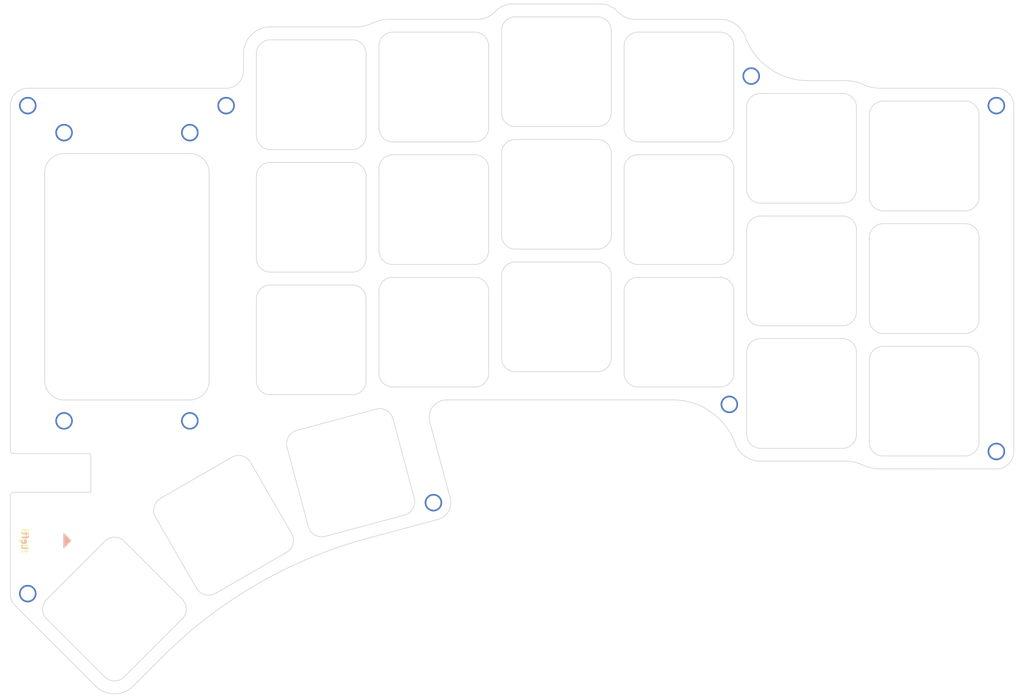
<source format=kicad_pcb>
(kicad_pcb (version 20221018) (generator pcbnew)
  (layers (0 "F.Cu" signal) (31 "B.Cu" signal) (34 "B.Paste" user) (35 "F.Paste" user) (36 "B.SilkS" user "B.Silkscreen") (37 "F.SilkS" user "F.Silkscreen") (38 "B.Mask" user) (39 "F.Mask" user) (44 "Edge.Cuts" user))
  (net 0 "")
  (footprint "MountingHole:MountingHole_2.2mm_M2_DIN965" (layer "F.Cu") (at 92.434334 49.580513)
    (fp_text reference "S11" hide)
    (fp_text value "M2-0.8mm")
    (pad "" thru_hole circle (at 0 0) (size 2.7 2.7) (drill 2.2) (layers "*.Cu" "*.Mask"))
  )
  (footprint "MountingHole:MountingHole_2.2mm_M2_DIN965" (layer "F.Cu") (at 199.21945 40.789513 45)
    (fp_text reference "S3" hide)
    (fp_text value "M2-0.8mm")
    (pad "" thru_hole circle (at 0 0 45) (size 2.7 2.7) (drill 2.2) (layers "*.Cu" "*.Mask"))
  )
  (footprint "DreaM117er-keebLibrary:SW_Kailh_PG1316S_Hole_1.00u" (layer "F.Cu") (at 226.094902 72.255513)
    (fp_text reference "H2")
    (fp_text value "PG1316S")
    (fp_line (start -8.525 6.375) (end -8.525 -6.375) (stroke (width 0.1)) (layer "Edge.Cuts"))
    (fp_line (start -6.375 8.525) (end 6.375 8.525) (stroke (width 0.1)) (layer "Edge.Cuts"))
    (fp_line (start 6.375 -8.525) (end -6.375 -8.525) (stroke (width 0.1)) (layer "Edge.Cuts"))
    (fp_line (start 8.525 6.375) (end 8.525 -6.375) (stroke (width 0.1)) (layer "Edge.Cuts"))
    (fp_arc (start -8.525 -6.375) (mid -7.89528 -7.89528) (end -6.375 -8.525) (stroke (width 0.1)) (layer "Edge.Cuts"))
    (fp_arc (start -6.375 8.525) (mid -7.89528 7.89528) (end -8.525 6.375) (stroke (width 0.1)) (layer "Edge.Cuts"))
    (fp_arc (start 6.375 -8.525) (mid 7.89528 -7.89528) (end 8.525 -6.375) (stroke (width 0.1)) (layer "Edge.Cuts"))
    (fp_arc (start 8.525 6.375) (mid 7.89528 7.89528) (end 6.375 8.525) (stroke (width 0.1)) (layer "Edge.Cuts"))
  )
  (footprint "MountingHole:MountingHole_2.2mm_M2_DIN965" (layer "F.Cu") (at 92.434334 94.368513)
    (fp_text reference "S12" hide)
    (fp_text value "M2-0.8mm")
    (pad "" thru_hole circle (at 0 0) (size 2.7 2.7) (drill 2.2) (layers "*.Cu" "*.Mask"))
  )
  (footprint "DreaM117er-keebLibrary:SW_Kailh_PG1316S_Hole_1.00u" (layer "F.Cu") (at 168.944902 59.158513)
    (fp_text reference "H11")
    (fp_text value "PG1316S")
    (fp_line (start -8.525 6.375) (end -8.525 -6.375) (stroke (width 0.1)) (layer "Edge.Cuts"))
    (fp_line (start -6.375 8.525) (end 6.375 8.525) (stroke (width 0.1)) (layer "Edge.Cuts"))
    (fp_line (start 6.375 -8.525) (end -6.375 -8.525) (stroke (width 0.1)) (layer "Edge.Cuts"))
    (fp_line (start 8.525 6.375) (end 8.525 -6.375) (stroke (width 0.1)) (layer "Edge.Cuts"))
    (fp_arc (start -8.525 -6.375) (mid -7.89528 -7.89528) (end -6.375 -8.525) (stroke (width 0.1)) (layer "Edge.Cuts"))
    (fp_arc (start -6.375 8.525) (mid -7.89528 7.89528) (end -8.525 6.375) (stroke (width 0.1)) (layer "Edge.Cuts"))
    (fp_arc (start 6.375 -8.525) (mid 7.89528 -7.89528) (end 8.525 -6.375) (stroke (width 0.1)) (layer "Edge.Cuts"))
    (fp_arc (start 8.525 6.375) (mid 7.89528 7.89528) (end 6.375 8.525) (stroke (width 0.1)) (layer "Edge.Cuts"))
  )
  (footprint "DreaM117er-keebLibrary:SW_Kailh_PG1316S_Hole_1.00u" (layer "F.Cu") (at 149.894902 61.539513)
    (fp_text reference "H15")
    (fp_text value "PG1316S")
    (fp_line (start -8.525 6.375) (end -8.525 -6.375) (stroke (width 0.1)) (layer "Edge.Cuts"))
    (fp_line (start -6.375 8.525) (end 6.375 8.525) (stroke (width 0.1)) (layer "Edge.Cuts"))
    (fp_line (start 6.375 -8.525) (end -6.375 -8.525) (stroke (width 0.1)) (layer "Edge.Cuts"))
    (fp_line (start 8.525 6.375) (end 8.525 -6.375) (stroke (width 0.1)) (layer "Edge.Cuts"))
    (fp_arc (start -8.525 -6.375) (mid -7.89528 -7.89528) (end -6.375 -8.525) (stroke (width 0.1)) (layer "Edge.Cuts"))
    (fp_arc (start -6.375 8.525) (mid -7.89528 7.89528) (end -8.525 6.375) (stroke (width 0.1)) (layer "Edge.Cuts"))
    (fp_arc (start 6.375 -8.525) (mid 7.89528 -7.89528) (end 8.525 -6.375) (stroke (width 0.1)) (layer "Edge.Cuts"))
    (fp_arc (start 8.525 6.375) (mid 7.89528 7.89528) (end 6.375 8.525) (stroke (width 0.1)) (layer "Edge.Cuts"))
  )
  (footprint "DreaM117er-keebLibrary:SW_Kailh_PG1316S_Hole_1.00u" (layer "F.Cu") (at 130.844902 81.780513)
    (fp_text reference "H20")
    (fp_text value "PG1316S")
    (fp_line (start -8.525 6.375) (end -8.525 -6.375) (stroke (width 0.1)) (layer "Edge.Cuts"))
    (fp_line (start -6.375 8.525) (end 6.375 8.525) (stroke (width 0.1)) (layer "Edge.Cuts"))
    (fp_line (start 6.375 -8.525) (end -6.375 -8.525) (stroke (width 0.1)) (layer "Edge.Cuts"))
    (fp_line (start 8.525 6.375) (end 8.525 -6.375) (stroke (width 0.1)) (layer "Edge.Cuts"))
    (fp_arc (start -8.525 -6.375) (mid -7.89528 -7.89528) (end -6.375 -8.525) (stroke (width 0.1)) (layer "Edge.Cuts"))
    (fp_arc (start -6.375 8.525) (mid -7.89528 7.89528) (end -8.525 6.375) (stroke (width 0.1)) (layer "Edge.Cuts"))
    (fp_arc (start 6.375 -8.525) (mid 7.89528 -7.89528) (end 8.525 -6.375) (stroke (width 0.1)) (layer "Edge.Cuts"))
    (fp_arc (start 8.525 6.375) (mid 7.89528 7.89528) (end 6.375 8.525) (stroke (width 0.1)) (layer "Edge.Cuts"))
  )
  (footprint "MountingHole:MountingHole_2.2mm_M2_DIN965" (layer "F.Cu") (at 111.98145 49.580513)
    (fp_text reference "S9" hide)
    (fp_text value "M2-0.8mm")
    (pad "" thru_hole circle (at 0 0) (size 2.7 2.7) (drill 2.2) (layers "*.Cu" "*.Mask"))
  )
  (footprint "MountingHole:MountingHole_2.2mm_M2_DIN965" (layer "F.Cu") (at 237.31945 99.130513)
    (fp_text reference "S5" hide)
    (fp_text value "M2-0.8mm")
    (pad "" thru_hole circle (at 0 0) (size 2.7 2.7) (drill 2.2) (layers "*.Cu" "*.Mask"))
  )
  (footprint "DreaM117er-keebLibrary:SW_Kailh_PG1316S_Hole_1.00u" (layer "F.Cu") (at 187.994902 61.539513)
    (fp_text reference "H8")
    (fp_text value "PG1316S")
    (fp_line (start -8.525 6.375) (end -8.525 -6.375) (stroke (width 0.1)) (layer "Edge.Cuts"))
    (fp_line (start -6.375 8.525) (end 6.375 8.525) (stroke (width 0.1)) (layer "Edge.Cuts"))
    (fp_line (start 6.375 -8.525) (end -6.375 -8.525) (stroke (width 0.1)) (layer "Edge.Cuts"))
    (fp_line (start 8.525 6.375) (end 8.525 -6.375) (stroke (width 0.1)) (layer "Edge.Cuts"))
    (fp_arc (start -8.525 -6.375) (mid -7.89528 -7.89528) (end -6.375 -8.525) (stroke (width 0.1)) (layer "Edge.Cuts"))
    (fp_arc (start -6.375 8.525) (mid -7.89528 7.89528) (end -8.525 6.375) (stroke (width 0.1)) (layer "Edge.Cuts"))
    (fp_arc (start 6.375 -8.525) (mid 7.89528 -7.89528) (end 8.525 -6.375) (stroke (width 0.1)) (layer "Edge.Cuts"))
    (fp_arc (start 8.525 6.375) (mid 7.89528 7.89528) (end 6.375 8.525) (stroke (width 0.1)) (layer "Edge.Cuts"))
  )
  (footprint "DreaM117er-keebLibrary:SW_Kailh_PG1316S_Hole_1.00u" (layer "F.Cu") (at 168.944902 40.108513)
    (fp_text reference "H10")
    (fp_text value "PG1316S")
    (fp_line (start -8.525 6.375) (end -8.525 -6.375) (stroke (width 0.1)) (layer "Edge.Cuts"))
    (fp_line (start -6.375 8.525) (end 6.375 8.525) (stroke (width 0.1)) (layer "Edge.Cuts"))
    (fp_line (start 6.375 -8.525) (end -6.375 -8.525) (stroke (width 0.1)) (layer "Edge.Cuts"))
    (fp_line (start 8.525 6.375) (end 8.525 -6.375) (stroke (width 0.1)) (layer "Edge.Cuts"))
    (fp_arc (start -8.525 -6.375) (mid -7.89528 -7.89528) (end -6.375 -8.525) (stroke (width 0.1)) (layer "Edge.Cuts"))
    (fp_arc (start -6.375 8.525) (mid -7.89528 7.89528) (end -8.525 6.375) (stroke (width 0.1)) (layer "Edge.Cuts"))
    (fp_arc (start 6.375 -8.525) (mid 7.89528 -7.89528) (end 8.525 -6.375) (stroke (width 0.1)) (layer "Edge.Cuts"))
    (fp_arc (start 8.525 6.375) (mid 7.89528 7.89528) (end 6.375 8.525) (stroke (width 0.1)) (layer "Edge.Cuts"))
  )
  (footprint "DreaM117er-keebLibrary:SW_Kailh_PG1316S_Hole_1.00u" (layer "F.Cu") (at 130.844902 62.730513)
    (fp_text reference "H19")
    (fp_text value "PG1316S")
    (fp_line (start -8.525 6.375) (end -8.525 -6.375) (stroke (width 0.1)) (layer "Edge.Cuts"))
    (fp_line (start -6.375 8.525) (end 6.375 8.525) (stroke (width 0.1)) (layer "Edge.Cuts"))
    (fp_line (start 6.375 -8.525) (end -6.375 -8.525) (stroke (width 0.1)) (layer "Edge.Cuts"))
    (fp_line (start 8.525 6.375) (end 8.525 -6.375) (stroke (width 0.1)) (layer "Edge.Cuts"))
    (fp_arc (start -8.525 -6.375) (mid -7.89528 -7.89528) (end -6.375 -8.525) (stroke (width 0.1)) (layer "Edge.Cuts"))
    (fp_arc (start -6.375 8.525) (mid -7.89528 7.89528) (end -8.525 6.375) (stroke (width 0.1)) (layer "Edge.Cuts"))
    (fp_arc (start 6.375 -8.525) (mid 7.89528 -7.89528) (end 8.525 -6.375) (stroke (width 0.1)) (layer "Edge.Cuts"))
    (fp_arc (start 8.525 6.375) (mid 7.89528 7.89528) (end 6.375 8.525) (stroke (width 0.1)) (layer "Edge.Cuts"))
  )
  (footprint "MountingHole:MountingHole_2.2mm_M2_DIN965" (layer "F.Cu") (at 149.837246 107.082069 15)
    (fp_text reference "S7" hide)
    (fp_text value "M2-0.8mm")
    (pad "" thru_hole circle (at 0 0 15) (size 2.7 2.7) (drill 2.2) (layers "*.Cu" "*.Mask"))
  )
  (footprint "DreaM117er-keebLibrary:SW_Kailh_PG1316S_Hole_1.00u" (layer "F.Cu") (at 130.844902 43.680513)
    (fp_text reference "H18")
    (fp_text value "PG1316S")
    (fp_line (start -8.525 6.375) (end -8.525 -6.375) (stroke (width 0.1)) (layer "Edge.Cuts"))
    (fp_line (start -6.375 8.525) (end 6.375 8.525) (stroke (width 0.1)) (layer "Edge.Cuts"))
    (fp_line (start 6.375 -8.525) (end -6.375 -8.525) (stroke (width 0.1)) (layer "Edge.Cuts"))
    (fp_line (start 8.525 6.375) (end 8.525 -6.375) (stroke (width 0.1)) (layer "Edge.Cuts"))
    (fp_arc (start -8.525 -6.375) (mid -7.89528 -7.89528) (end -6.375 -8.525) (stroke (width 0.1)) (layer "Edge.Cuts"))
    (fp_arc (start -6.375 8.525) (mid -7.89528 7.89528) (end -8.525 6.375) (stroke (width 0.1)) (layer "Edge.Cuts"))
    (fp_arc (start 6.375 -8.525) (mid 7.89528 -7.89528) (end 8.525 -6.375) (stroke (width 0.1)) (layer "Edge.Cuts"))
    (fp_arc (start 8.525 6.375) (mid 7.89528 7.89528) (end 6.375 8.525) (stroke (width 0.1)) (layer "Edge.Cuts"))
  )
  (footprint "MountingHole:MountingHole_2.2mm_M2_DIN965" (layer "F.Cu") (at 86.795334 121.215729 135)
    (fp_text reference "S8" hide)
    (fp_text value "M2-0.8mm")
    (pad "" thru_hole circle (at 0 0 135) (size 2.7 2.7) (drill 2.2) (layers "*.Cu" "*.Mask"))
  )
  (footprint "DreaM117er-keebLibrary:SW_Kailh_PG1316S_Hole_1.00u" (layer "F.Cu") (at 149.894902 42.489513)
    (fp_text reference "H14")
    (fp_text value "PG1316S")
    (fp_line (start -8.525 6.375) (end -8.525 -6.375) (stroke (width 0.1)) (layer "Edge.Cuts"))
    (fp_line (start -6.375 8.525) (end 6.375 8.525) (stroke (width 0.1)) (layer "Edge.Cuts"))
    (fp_line (start 6.375 -8.525) (end -6.375 -8.525) (stroke (width 0.1)) (layer "Edge.Cuts"))
    (fp_line (start 8.525 6.375) (end 8.525 -6.375) (stroke (width 0.1)) (layer "Edge.Cuts"))
    (fp_arc (start -8.525 -6.375) (mid -7.89528 -7.89528) (end -6.375 -8.525) (stroke (width 0.1)) (layer "Edge.Cuts"))
    (fp_arc (start -6.375 8.525) (mid -7.89528 7.89528) (end -8.525 6.375) (stroke (width 0.1)) (layer "Edge.Cuts"))
    (fp_arc (start 6.375 -8.525) (mid 7.89528 -7.89528) (end 8.525 -6.375) (stroke (width 0.1)) (layer "Edge.Cuts"))
    (fp_arc (start 8.525 6.375) (mid 7.89528 7.89528) (end 6.375 8.525) (stroke (width 0.1)) (layer "Edge.Cuts"))
  )
  (footprint "DreaM117er-keebLibrary:SW_Kailh_PG1316S_Hole_1.00u" (layer "F.Cu") (at 168.944902 78.208513)
    (fp_text reference "H12")
    (fp_text value "PG1316S")
    (fp_line (start -8.525 6.375) (end -8.525 -6.375) (stroke (width 0.1)) (layer "Edge.Cuts"))
    (fp_line (start -6.375 8.525) (end 6.375 8.525) (stroke (width 0.1)) (layer "Edge.Cuts"))
    (fp_line (start 6.375 -8.525) (end -6.375 -8.525) (stroke (width 0.1)) (layer "Edge.Cuts"))
    (fp_line (start 8.525 6.375) (end 8.525 -6.375) (stroke (width 0.1)) (layer "Edge.Cuts"))
    (fp_arc (start -8.525 -6.375) (mid -7.89528 -7.89528) (end -6.375 -8.525) (stroke (width 0.1)) (layer "Edge.Cuts"))
    (fp_arc (start -6.375 8.525) (mid -7.89528 7.89528) (end -8.525 6.375) (stroke (width 0.1)) (layer "Edge.Cuts"))
    (fp_arc (start 6.375 -8.525) (mid 7.89528 -7.89528) (end 8.525 -6.375) (stroke (width 0.1)) (layer "Edge.Cuts"))
    (fp_arc (start 8.525 6.375) (mid 7.89528 7.89528) (end 6.375 8.525) (stroke (width 0.1)) (layer "Edge.Cuts"))
  )
  (footprint "DreaM117er-keebLibrary:SW_Kailh_PG1316S_Hole_1.00u" (layer "F.Cu") (at 187.994902 42.489513)
    (fp_text reference "H7")
    (fp_text value "PG1316S")
    (fp_line (start -8.525 6.375) (end -8.525 -6.375) (stroke (width 0.1)) (layer "Edge.Cuts"))
    (fp_line (start -6.375 8.525) (end 6.375 8.525) (stroke (width 0.1)) (layer "Edge.Cuts"))
    (fp_line (start 6.375 -8.525) (end -6.375 -8.525) (stroke (width 0.1)) (layer "Edge.Cuts"))
    (fp_line (start 8.525 6.375) (end 8.525 -6.375) (stroke (width 0.1)) (layer "Edge.Cuts"))
    (fp_arc (start -8.525 -6.375) (mid -7.89528 -7.89528) (end -6.375 -8.525) (stroke (width 0.1)) (layer "Edge.Cuts"))
    (fp_arc (start -6.375 8.525) (mid -7.89528 7.89528) (end -8.525 6.375) (stroke (width 0.1)) (layer "Edge.Cuts"))
    (fp_arc (start 6.375 -8.525) (mid 7.89528 -7.89528) (end 8.525 -6.375) (stroke (width 0.1)) (layer "Edge.Cuts"))
    (fp_arc (start 8.525 6.375) (mid 7.89528 7.89528) (end 6.375 8.525) (stroke (width 0.1)) (layer "Edge.Cuts"))
  )
  (footprint "DreaM117er-keebLibrary:SW_Kailh_PG1316S_Hole_1.00u" (layer "F.Cu") (at 117.222641 110.608361 30)
    (fp_text reference "H17")
    (fp_text value "PG1316S")
    (fp_line (start -8.525 6.375) (end -8.525 -6.375) (stroke (width 0.1)) (layer "Edge.Cuts"))
    (fp_line (start -6.375 8.525) (end 6.375 8.525) (stroke (width 0.1)) (layer "Edge.Cuts"))
    (fp_line (start 6.375 -8.525) (end -6.375 -8.525) (stroke (width 0.1)) (layer "Edge.Cuts"))
    (fp_line (start 8.525 6.375) (end 8.525 -6.375) (stroke (width 0.1)) (layer "Edge.Cuts"))
    (fp_arc (start -8.525 -6.375) (mid -7.89528 -7.89528) (end -6.375 -8.525) (stroke (width 0.1)) (layer "Edge.Cuts"))
    (fp_arc (start -6.375 8.525) (mid -7.89528 7.89528) (end -8.525 6.375) (stroke (width 0.1)) (layer "Edge.Cuts"))
    (fp_arc (start 6.375 -8.525) (mid 7.89528 -7.89528) (end 8.525 -6.375) (stroke (width 0.1)) (layer "Edge.Cuts"))
    (fp_arc (start 8.525 6.375) (mid 7.89528 7.89528) (end 6.375 8.525) (stroke (width 0.1)) (layer "Edge.Cuts"))
  )
  (footprint "DreaM117er-keebLibrary:SW_Kailh_PG1316S_Hole_1.00u" (layer "F.Cu") (at 226.094902 53.205513)
    (fp_text reference "H1")
    (fp_text value "PG1316S")
    (fp_line (start -8.525 6.375) (end -8.525 -6.375) (stroke (width 0.1)) (layer "Edge.Cuts"))
    (fp_line (start -6.375 8.525) (end 6.375 8.525) (stroke (width 0.1)) (layer "Edge.Cuts"))
    (fp_line (start 6.375 -8.525) (end -6.375 -8.525) (stroke (width 0.1)) (layer "Edge.Cuts"))
    (fp_line (start 8.525 6.375) (end 8.525 -6.375) (stroke (width 0.1)) (layer "Edge.Cuts"))
    (fp_arc (start -8.525 -6.375) (mid -7.89528 -7.89528) (end -6.375 -8.525) (stroke (width 0.1)) (layer "Edge.Cuts"))
    (fp_arc (start -6.375 8.525) (mid -7.89528 7.89528) (end -8.525 6.375) (stroke (width 0.1)) (layer "Edge.Cuts"))
    (fp_arc (start 6.375 -8.525) (mid 7.89528 -7.89528) (end 8.525 -6.375) (stroke (width 0.1)) (layer "Edge.Cuts"))
    (fp_arc (start 8.525 6.375) (mid 7.89528 7.89528) (end 6.375 8.525) (stroke (width 0.1)) (layer "Edge.Cuts"))
  )
  (footprint "DreaM117er-keebLibrary:SW_Kailh_PG1316S_Hole_1.00u" (layer "F.Cu") (at 136.969359 102.429459 15)
    (fp_text reference "H13")
    (fp_text value "PG1316S")
    (fp_line (start -8.525 6.375) (end -8.525 -6.375) (stroke (width 0.1)) (layer "Edge.Cuts"))
    (fp_line (start -6.375 8.525) (end 6.375 8.525) (stroke (width 0.1)) (layer "Edge.Cuts"))
    (fp_line (start 6.375 -8.525) (end -6.375 -8.525) (stroke (width 0.1)) (layer "Edge.Cuts"))
    (fp_line (start 8.525 6.375) (end 8.525 -6.375) (stroke (width 0.1)) (layer "Edge.Cuts"))
    (fp_arc (start -8.525 -6.375) (mid -7.89528 -7.89528) (end -6.375 -8.525) (stroke (width 0.1)) (layer "Edge.Cuts"))
    (fp_arc (start -6.375 8.525) (mid -7.89528 7.89528) (end -8.525 6.375) (stroke (width 0.1)) (layer "Edge.Cuts"))
    (fp_arc (start 6.375 -8.525) (mid 7.89528 -7.89528) (end 8.525 -6.375) (stroke (width 0.1)) (layer "Edge.Cuts"))
    (fp_arc (start 8.525 6.375) (mid 7.89528 7.89528) (end 6.375 8.525) (stroke (width 0.1)) (layer "Edge.Cuts"))
  )
  (footprint "DreaM117er-keebLibrary:SW_Kailh_PG1316S_Hole_1.00u" (layer "F.Cu") (at 226.094902 91.305513)
    (fp_text reference "H3")
    (fp_text value "PG1316S")
    (fp_line (start -8.525 6.375) (end -8.525 -6.375) (stroke (width 0.1)) (layer "Edge.Cuts"))
    (fp_line (start -6.375 8.525) (end 6.375 8.525) (stroke (width 0.1)) (layer "Edge.Cuts"))
    (fp_line (start 6.375 -8.525) (end -6.375 -8.525) (stroke (width 0.1)) (layer "Edge.Cuts"))
    (fp_line (start 8.525 6.375) (end 8.525 -6.375) (stroke (width 0.1)) (layer "Edge.Cuts"))
    (fp_arc (start -8.525 -6.375) (mid -7.89528 -7.89528) (end -6.375 -8.525) (stroke (width 0.1)) (layer "Edge.Cuts"))
    (fp_arc (start -6.375 8.525) (mid -7.89528 7.89528) (end -8.525 6.375) (stroke (width 0.1)) (layer "Edge.Cuts"))
    (fp_arc (start 6.375 -8.525) (mid 7.89528 -7.89528) (end 8.525 -6.375) (stroke (width 0.1)) (layer "Edge.Cuts"))
    (fp_arc (start 8.525 6.375) (mid 7.89528 7.89528) (end 6.375 8.525) (stroke (width 0.1)) (layer "Edge.Cuts"))
  )
  (footprint "MountingHole:MountingHole_2.2mm_M2_DIN965" (layer "F.Cu") (at 111.98145 94.368513)
    (fp_text reference "S10" hide)
    (fp_text value "M2-0.8mm")
    (pad "" thru_hole circle (at 0 0) (size 2.7 2.7) (drill 2.2) (layers "*.Cu" "*.Mask"))
  )
  (footprint "DreaM117er-keebLibrary:SW_Kailh_PG1316S_Hole_1.00u" (layer "F.Cu") (at 187.994902 80.589513)
    (fp_text reference "H9")
    (fp_text value "PG1316S")
    (fp_line (start -8.525 6.375) (end -8.525 -6.375) (stroke (width 0.1)) (layer "Edge.Cuts"))
    (fp_line (start -6.375 8.525) (end 6.375 8.525) (stroke (width 0.1)) (layer "Edge.Cuts"))
    (fp_line (start 6.375 -8.525) (end -6.375 -8.525) (stroke (width 0.1)) (layer "Edge.Cuts"))
    (fp_line (start 8.525 6.375) (end 8.525 -6.375) (stroke (width 0.1)) (layer "Edge.Cuts"))
    (fp_arc (start -8.525 -6.375) (mid -7.89528 -7.89528) (end -6.375 -8.525) (stroke (width 0.1)) (layer "Edge.Cuts"))
    (fp_arc (start -6.375 8.525) (mid -7.89528 7.89528) (end -8.525 6.375) (stroke (width 0.1)) (layer "Edge.Cuts"))
    (fp_arc (start 6.375 -8.525) (mid 7.89528 -7.89528) (end 8.525 -6.375) (stroke (width 0.1)) (layer "Edge.Cuts"))
    (fp_arc (start 8.525 6.375) (mid 7.89528 7.89528) (end 6.375 8.525) (stroke (width 0.1)) (layer "Edge.Cuts"))
  )
  (footprint "DreaM117er-keebLibrary:SW_Kailh_PG1316S_Hole_1.00u" (layer "F.Cu") (at 149.894902 80.589513)
    (fp_text reference "H16")
    (fp_text value "PG1316S")
    (fp_line (start -8.525 6.375) (end -8.525 -6.375) (stroke (width 0.1)) (layer "Edge.Cuts"))
    (fp_line (start -6.375 8.525) (end 6.375 8.525) (stroke (width 0.1)) (layer "Edge.Cuts"))
    (fp_line (start 6.375 -8.525) (end -6.375 -8.525) (stroke (width 0.1)) (layer "Edge.Cuts"))
    (fp_line (start 8.525 6.375) (end 8.525 -6.375) (stroke (width 0.1)) (layer "Edge.Cuts"))
    (fp_arc (start -8.525 -6.375) (mid -7.89528 -7.89528) (end -6.375 -8.525) (stroke (width 0.1)) (layer "Edge.Cuts"))
    (fp_arc (start -6.375 8.525) (mid -7.89528 7.89528) (end -8.525 6.375) (stroke (width 0.1)) (layer "Edge.Cuts"))
    (fp_arc (start 6.375 -8.525) (mid 7.89528 -7.89528) (end 8.525 -6.375) (stroke (width 0.1)) (layer "Edge.Cuts"))
    (fp_arc (start 8.525 6.375) (mid 7.89528 7.89528) (end 6.375 8.525) (stroke (width 0.1)) (layer "Edge.Cuts"))
  )
  (footprint "MountingHole:MountingHole_2.2mm_M2_DIN965" (layer "F.Cu") (at 86.795334 45.380513)
    (fp_text reference "S1" hide)
    (fp_text value "M2-0.8mm")
    (pad "" thru_hole circle (at 0 0) (size 2.7 2.7) (drill 2.2) (layers "*.Cu" "*.Mask"))
  )
  (footprint "DreaM117er-keebLibrary:SW_Kailh_PG1316S_Hole_1.00u" (layer "F.Cu") (at 207.044902 90.114513)
    (fp_text reference "H6")
    (fp_text value "PG1316S")
    (fp_line (start -8.525 6.375) (end -8.525 -6.375) (stroke (width 0.1)) (layer "Edge.Cuts"))
    (fp_line (start -6.375 8.525) (end 6.375 8.525) (stroke (width 0.1)) (layer "Edge.Cuts"))
    (fp_line (start 6.375 -8.525) (end -6.375 -8.525) (stroke (width 0.1)) (layer "Edge.Cuts"))
    (fp_line (start 8.525 6.375) (end 8.525 -6.375) (stroke (width 0.1)) (layer "Edge.Cuts"))
    (fp_arc (start -8.525 -6.375) (mid -7.89528 -7.89528) (end -6.375 -8.525) (stroke (width 0.1)) (layer "Edge.Cuts"))
    (fp_arc (start -6.375 8.525) (mid -7.89528 7.89528) (end -8.525 6.375) (stroke (width 0.1)) (layer "Edge.Cuts"))
    (fp_arc (start 6.375 -8.525) (mid 7.89528 -7.89528) (end 8.525 -6.375) (stroke (width 0.1)) (layer "Edge.Cuts"))
    (fp_arc (start 8.525 6.375) (mid 7.89528 7.89528) (end 6.375 8.525) (stroke (width 0.1)) (layer "Edge.Cuts"))
  )
  (footprint "MountingHole:MountingHole_2.2mm_M2_DIN965" (layer "F.Cu") (at 195.820352 91.814513 -135)
    (fp_text reference "S6" hide)
    (fp_text value "M2-0.8mm")
    (pad "" thru_hole circle (at 0 0 225) (size 2.7 2.7) (drill 2.2) (layers "*.Cu" "*.Mask"))
  )
  (footprint "MountingHole:MountingHole_2.2mm_M2_DIN965" (layer "F.Cu") (at 117.62045 45.380513)
    (fp_text reference "S2" hide)
    (fp_text value "M2-0.8mm")
    (pad "" thru_hole circle (at 0 0) (size 2.7 2.7) (drill 2.2) (layers "*.Cu" "*.Mask"))
  )
  (footprint "DreaM117er-keebLibrary:SW_Kailh_PG1316S_Hole_1.00u" (layer "F.Cu") (at 207.044902 52.014513)
    (fp_text reference "H4")
    (fp_text value "PG1316S")
    (fp_line (start -8.525 6.375) (end -8.525 -6.375) (stroke (width 0.1)) (layer "Edge.Cuts"))
    (fp_line (start -6.375 8.525) (end 6.375 8.525) (stroke (width 0.1)) (layer "Edge.Cuts"))
    (fp_line (start 6.375 -8.525) (end -6.375 -8.525) (stroke (width 0.1)) (layer "Edge.Cuts"))
    (fp_line (start 8.525 6.375) (end 8.525 -6.375) (stroke (width 0.1)) (layer "Edge.Cuts"))
    (fp_arc (start -8.525 -6.375) (mid -7.89528 -7.89528) (end -6.375 -8.525) (stroke (width 0.1)) (layer "Edge.Cuts"))
    (fp_arc (start -6.375 8.525) (mid -7.89528 7.89528) (end -8.525 6.375) (stroke (width 0.1)) (layer "Edge.Cuts"))
    (fp_arc (start 6.375 -8.525) (mid 7.89528 -7.89528) (end 8.525 -6.375) (stroke (width 0.1)) (layer "Edge.Cuts"))
    (fp_arc (start 8.525 6.375) (mid 7.89528 7.89528) (end 6.375 8.525) (stroke (width 0.1)) (layer "Edge.Cuts"))
  )
  (footprint "MountingHole:MountingHole_2.2mm_M2_DIN965" (layer "F.Cu") (at 237.31945 45.380513)
    (fp_text reference "S4" hide)
    (fp_text value "M2-0.8mm")
    (pad "" thru_hole circle (at 0 0) (size 2.7 2.7) (drill 2.2) (layers "*.Cu" "*.Mask"))
  )
  (footprint "DreaM117er-keebLibrary:SW_Kailh_PG1316S_Hole_1.00u" (layer "F.Cu") (at 207.044902 71.064513)
    (fp_text reference "H5")
    (fp_text value "PG1316S")
    (fp_line (start -8.525 6.375) (end -8.525 -6.375) (stroke (width 0.1)) (layer "Edge.Cuts"))
    (fp_line (start -6.375 8.525) (end 6.375 8.525) (stroke (width 0.1)) (layer "Edge.Cuts"))
    (fp_line (start 6.375 -8.525) (end -6.375 -8.525) (stroke (width 0.1)) (layer "Edge.Cuts"))
    (fp_line (start 8.525 6.375) (end 8.525 -6.375) (stroke (width 0.1)) (layer "Edge.Cuts"))
    (fp_arc (start -8.525 -6.375) (mid -7.89528 -7.89528) (end -6.375 -8.525) (stroke (width 0.1)) (layer "Edge.Cuts"))
    (fp_arc (start -6.375 8.525) (mid -7.89528 7.89528) (end -8.525 6.375) (stroke (width 0.1)) (layer "Edge.Cuts"))
    (fp_arc (start 6.375 -8.525) (mid 7.89528 -7.89528) (end 8.525 -6.375) (stroke (width 0.1)) (layer "Edge.Cuts"))
    (fp_arc (start 8.525 6.375) (mid 7.89528 7.89528) (end 6.375 8.525) (stroke (width 0.1)) (layer "Edge.Cuts"))
  )
  (footprint "DreaM117er-keebLibrary:Lighting_hole_9mm" (layer "F.Cu") (at 89.641 112.996)
    (fp_text reference "LT1" hide)
    (fp_text value "Lightinghole")
    (fp_line (start 2.75 -1.1) (end 3.85 0) (stroke (width 0.12)) (layer "B.SilkS"))
    (fp_line (start 2.75 1.1) (end 2.75 -1.1) (stroke (width 0.12)) (layer "B.SilkS"))
    (fp_line (start 2.75 1.1) (end 3.85 0) (stroke (width 0.12)) (layer "B.SilkS"))
    (fp_line (start 2.86 -0.83) (end 3.65 0) (stroke (width 0.3)) (layer "B.SilkS"))
    (fp_line (start 2.86 0.85) (end 3.65 0) (stroke (width 0.3)) (layer "B.SilkS"))
    (fp_line (start 3.01 0.54) (end 3.01 -0.54) (stroke (width 0.5)) (layer "B.SilkS"))
    (fp_line (start 3.38 -0.25) (end 3.385 0.255) (stroke (width 0.3)) (layer "B.SilkS"))
    (fp_line (start 2.75 -1.1) (end 2.75 1.1) (stroke (width 0.12)) (layer "F.SilkS"))
    (fp_line (start 2.75 -1.1) (end 3.85 0) (stroke (width 0.12)) (layer "F.SilkS"))
    (fp_line (start 2.75 1.1) (end 3.85 0) (stroke (width 0.12)) (layer "F.SilkS"))
    (fp_line (start 2.86 -0.85) (end 3.65 0) (stroke (width 0.3)) (layer "F.SilkS"))
    (fp_line (start 2.86 0.83) (end 3.65 0) (stroke (width 0.3)) (layer "F.SilkS"))
    (fp_line (start 3.01 -0.54) (end 3.01 0.54) (stroke (width 0.5)) (layer "F.SilkS"))
    (fp_line (start 3.38 0.25) (end 3.385 -0.255) (stroke (width 0.3)) (layer "F.SilkS"))
    (pad "" np_thru_hole circle (at -1.65 -2.2 180) (size 0.3 0.3) (drill 0.3) (layers "F&B.Cu" "*.Mask"))
    (pad "" np_thru_hole circle (at -1.65 -1.65 180) (size 0.3 0.3) (drill 0.3) (layers "F&B.Cu" "*.Mask"))
    (pad "" np_thru_hole circle (at -1.65 -1.1 180) (size 0.3 0.3) (drill 0.3) (layers "F&B.Cu" "*.Mask"))
    (pad "" np_thru_hole circle (at -1.65 1.1) (size 0.3 0.3) (drill 0.3) (layers "F&B.Cu" "*.Mask"))
    (pad "" np_thru_hole circle (at -1.65 1.65) (size 0.3 0.3) (drill 0.3) (layers "F&B.Cu" "*.Mask"))
    (pad "" np_thru_hole circle (at -1.65 2.2) (size 0.3 0.3) (drill 0.3) (layers "F&B.Cu" "*.Mask"))
    (pad "" np_thru_hole circle (at -1.1 -2.75 180) (size 0.3 0.3) (drill 0.3) (layers "F&B.Cu" "*.Mask"))
    (pad "" np_thru_hole circle (at -1.1 -2.2 180) (size 0.3 0.3) (drill 0.3) (layers "F&B.Cu" "*.Mask"))
    (pad "" np_thru_hole circle (at -1.1 -1.65 180) (size 0.3 0.3) (drill 0.3) (layers "F&B.Cu" "*.Mask"))
    (pad "" np_thru_hole circle (at -1.1 0) (size 0.3 0.3) (drill 0.3) (layers "F&B.Cu" "*.Mask"))
    (pad "" np_thru_hole circle (at -1.1 1.65 180) (size 0.3 0.3) (drill 0.3) (layers "F&B.Cu" "*.Mask"))
    (pad "" np_thru_hole circle (at -1.1 2.2 180) (size 0.3 0.3) (drill 0.3) (layers "F&B.Cu" "*.Mask"))
    (pad "" np_thru_hole circle (at -1.1 2.75 180) (size 0.3 0.3) (drill 0.3) (layers "F&B.Cu" "*.Mask"))
    (pad "" np_thru_hole circle (at -0.55 -3.3 180) (size 0.3 0.3) (drill 0.3) (layers "F&B.Cu" "*.Mask"))
    (pad "" np_thru_hole circle (at -0.55 -2.75 180) (size 0.3 0.3) (drill 0.3) (layers "F&B.Cu" "*.Mask"))
    (pad "" np_thru_hole circle (at -0.55 -2.2 180) (size 0.3 0.3) (drill 0.3) (layers "F&B.Cu" "*.Mask"))
    (pad "" np_thru_hole circle (at -0.55 -0.55 180) (size 0.3 0.3) (drill 0.3) (layers "F&B.Cu" "*.Mask"))
    (pad "" np_thru_hole circle (at -0.55 0) (size 0.3 0.3) (drill 0.3) (layers "F&B.Cu" "*.Mask"))
    (pad "" np_thru_hole circle (at -0.55 0.55) (size 0.3 0.3) (drill 0.3) (layers "F&B.Cu" "*.Mask"))
    (pad "" np_thru_hole circle (at -0.55 2.2) (size 0.3 0.3) (drill 0.3) (layers "F&B.Cu" "*.Mask"))
    (pad "" np_thru_hole circle (at -0.55 2.75) (size 0.3 0.3) (drill 0.3) (layers "F&B.Cu" "*.Mask"))
    (pad "" np_thru_hole circle (at -0.55 3.3) (size 0.3 0.3) (drill 0.3) (layers "F&B.Cu" "*.Mask"))
    (pad "" np_thru_hole circle (at 0 -3.85 180) (size 0.3 0.3) (drill 0.3) (layers "F&B.Cu" "*.Mask"))
    (pad "" np_thru_hole circle (at 0 -3.3 180) (size 0.3 0.3) (drill 0.3) (layers "F&B.Cu" "*.Mask"))
    (pad "" np_thru_hole circle (at 0 -2.75 180) (size 0.3 0.3) (drill 0.3) (layers "F&B.Cu" "*.Mask"))
    (pad "" np_thru_hole circle (at 0 -1.1 180) (size 0.3 0.3) (drill 0.3) (layers "F&B.Cu" "*.Mask"))
    (pad "" np_thru_hole circle (at 0 -0.55 180) (size 0.3 0.3) (drill 0.3) (layers "F&B.Cu" "*.Mask"))
    (pad "" np_thru_hole circle (at 0 0) (size 0.3 0.3) (drill 0.3) (layers "F&B.Cu" "*.Mask"))
    (pad "" np_thru_hole circle (at 0 0.55) (size 0.3 0.3) (drill 0.3) (layers "F&B.Cu" "*.Mask"))
    (pad "" np_thru_hole circle (at 0 1.1 180) (size 0.3 0.3) (drill 0.3) (layers "F&B.Cu" "*.Mask"))
    (pad "" np_thru_hole circle (at 0 2.75) (size 0.3 0.3) (drill 0.3) (layers "F&B.Cu" "*.Mask"))
    (pad "" np_thru_hole circle (at 0 3.3) (size 0.3 0.3) (drill 0.3) (layers "F&B.Cu" "*.Mask"))
    (pad "" np_thru_hole circle (at 0 3.85) (size 0.3 0.3) (drill 0.3) (layers "F&B.Cu" "*.Mask"))
    (pad "" np_thru_hole circle (at 0.55 -3.3 180) (size 0.3 0.3) (drill 0.3) (layers "F&B.Cu" "*.Mask"))
    (pad "" np_thru_hole circle (at 0.55 -2.75 180) (size 0.3 0.3) (drill 0.3) (layers "F&B.Cu" "*.Mask"))
    (pad "" np_thru_hole circle (at 0.55 -2.2 180) (size 0.3 0.3) (drill 0.3) (layers "F&B.Cu" "*.Mask"))
    (pad "" np_thru_hole circle (at 0.55 -0.55 180) (size 0.3 0.3) (drill 0.3) (layers "F&B.Cu" "*.Mask"))
    (pad "" np_thru_hole circle (at 0.55 0) (size 0.3 0.3) (drill 0.3) (layers "F&B.Cu" "*.Mask"))
    (pad "" np_thru_hole circle (at 0.55 0.55) (size 0.3 0.3) (drill 0.3) (layers "F&B.Cu" "*.Mask"))
    (pad "" np_thru_hole circle (at 0.55 2.2) (size 0.3 0.3) (drill 0.3) (layers "F&B.Cu" "*.Mask"))
    (pad "" np_thru_hole circle (at 0.55 2.75) (size 0.3 0.3) (drill 0.3) (layers "F&B.Cu" "*.Mask"))
    (pad "" np_thru_hole circle (at 0.55 3.3) (size 0.3 0.3) (drill 0.3) (layers "F&B.Cu" "*.Mask"))
    (pad "" np_thru_hole circle (at 1.1 -2.75 180) (size 0.3 0.3) (drill 0.3) (layers "F&B.Cu" "*.Mask"))
    (pad "" np_thru_hole circle (at 1.1 -2.2 180) (size 0.3 0.3) (drill 0.3) (layers "F&B.Cu" "*.Mask"))
    (pad "" np_thru_hole circle (at 1.1 -1.65 180) (size 0.3 0.3) (drill 0.3) (layers "F&B.Cu" "*.Mask"))
    (pad "" np_thru_hole circle (at 1.1 0) (size 0.3 0.3) (drill 0.3) (layers "F&B.Cu" "*.Mask"))
    (pad "" np_thru_hole circle (at 1.1 1.65) (size 0.3 0.3) (drill 0.3) (layers "F&B.Cu" "*.Mask"))
    (pad "" np_thru_hole circle (at 1.1 2.2) (size 0.3 0.3) (drill 0.3) (layers "F&B.Cu" "*.Mask"))
    (pad "" np_thru_hole circle (at 1.1 2.75) (size 0.3 0.3) (drill 0.3) (layers "F&B.Cu" "*.Mask"))
    (pad "" np_thru_hole circle (at 1.65 -2.2 180) (size 0.3 0.3) (drill 0.3) (layers "F&B.Cu" "*.Mask"))
    (pad "" np_thru_hole circle (at 1.65 -1.65 180) (size 0.3 0.3) (drill 0.3) (layers "F&B.Cu" "*.Mask"))
    (pad "" np_thru_hole circle (at 1.65 -1.1 180) (size 0.3 0.3) (drill 0.3) (layers "F&B.Cu" "*.Mask"))
    (pad "" np_thru_hole circle (at 1.65 1.1) (size 0.3 0.3) (drill 0.3) (layers "F&B.Cu" "*.Mask"))
    (pad "" np_thru_hole circle (at 1.65 1.65) (size 0.3 0.3) (drill 0.3) (layers "F&B.Cu" "*.Mask"))
    (pad "" np_thru_hole circle (at 1.65 2.2) (size 0.3 0.3) (drill 0.3) (layers "F&B.Cu" "*.Mask"))
  )
  (footprint "DreaM117er-keebLibrary:SW_Kailh_PG1316S_Hole_1.00u" (layer "B.Cu") (at 100.265611 123.62 135)
    (fp_text reference "H21")
    (fp_text value "PG1316S")
    (fp_line (start -8.525 -6.375) (end -8.525 6.375) (stroke (width 0.1)) (layer "Edge.Cuts"))
    (fp_line (start -6.375 -8.525) (end 6.375 -8.525) (stroke (width 0.1)) (layer "Edge.Cuts"))
    (fp_line (start 6.375 8.525) (end -6.375 8.525) (stroke (width 0.1)) (layer "Edge.Cuts"))
    (fp_line (start 8.525 -6.375) (end 8.525 6.375) (stroke (width 0.1)) (layer "Edge.Cuts"))
    (fp_arc (start -8.525 -6.375) (mid -7.89528 -7.89528) (end -6.375 -8.525) (stroke (width 0.1)) (layer "Edge.Cuts"))
    (fp_arc (start -6.375 8.525) (mid -7.89528 7.89528) (end -8.525 6.375) (stroke (width 0.1)) (layer "Edge.Cuts"))
    (fp_arc (start 6.375 -8.525) (mid 7.89528 -7.89528) (end 8.525 -6.375) (stroke (width 0.1)) (layer "Edge.Cuts"))
    (fp_arc (start 8.525 6.375) (mid 7.89528 7.89528) (end 6.375 8.525) (stroke (width 0.1)) (layer "Edge.Cuts"))
  )
  (gr_line (start 114.98145 55.824513) (end 114.98145 88.124515) (stroke (width 0.1)) (layer "Edge.Cuts"))
  (gr_line (start 111.98145 52.824513) (end 92.43445 52.824513) (stroke (width 0.1)) (layer "Edge.Cuts"))
  (gr_arc (start 237.31945 42.680513) (mid 239.228976 43.471455) (end 240.019905 45.380968) (stroke (width 0.1)) (layer "Edge.Cuts"))
  (gr_line (start 237.31945 42.680513) (end 219.269905 42.680058) (stroke (width 0.1)) (layer "Edge.Cuts"))
  (gr_arc (start 175.769902 29.583513) (mid 177.24532 29.894331) (end 178.469902 30.774013) (stroke (width 0.1)) (layer "Edge.Cuts"))
  (gr_line (start 89.43445 55.824513) (end 89.43445 88.124515) (stroke (width 0.1)) (layer "Edge.Cuts"))
  (gr_line (start 240.019905 99.130513) (end 240.019905 45.380968) (stroke (width 0.1)) (layer "Edge.Cuts"))
  (gr_arc (start 207.79445 41.489513) (mid 202.135808 39.664571) (end 198.42445 35.019513) (stroke (width 0.1)) (layer "Edge.Cuts"))
  (gr_line (start 156.719902 31.964513) (end 143.069905 31.964968) (stroke (width 0.1)) (layer "Edge.Cuts"))
  (gr_arc (start 140.369902 32.560013) (mid 139.052298 33.004542) (end 137.669899 33.155058) (stroke (width 0.1)) (layer "Edge.Cuts"))
  (gr_arc (start 103.200101 135.570104) (mid 100.26561 136.78561) (end 97.331118 135.570104) (stroke (width 0.1)) (layer "Edge.Cuts"))
  (gr_arc (start 181.169902 31.964513) (mid 179.694507 31.653662) (end 178.469902 30.774013) (stroke (width 0.1)) (layer "Edge.Cuts"))
  (gr_line (start 194.369902 31.964513) (end 181.169902 31.964513) (stroke (width 0.1)) (layer "Edge.Cuts"))
  (gr_arc (start 213.869899 41.489968) (mid 215.252294 41.640503) (end 216.569902 42.085013) (stroke (width 0.1)) (layer "Edge.Cuts"))
  (gr_arc (start 89.43445 55.824513) (mid 90.313122 53.703167) (end 92.43445 52.824513) (stroke (width 0.1)) (layer "Edge.Cuts"))
  (gr_arc (start 159.419902 30.774013) (mid 160.644494 29.894335) (end 162.119902 29.583513) (stroke (width 0.1)) (layer "Edge.Cuts"))
  (gr_line (start 213.869899 41.489968) (end 207.79445 41.489513) (stroke (width 0.1)) (layer "Edge.Cuts"))
  (gr_arc (start 240.019905 99.130513) (mid 239.22896 101.040023) (end 237.31945 101.830968) (stroke (width 0.1)) (layer "Edge.Cuts"))
  (gr_line (start 84.59545 105.462513) (end 96.59545 105.462513) (stroke (width 0.1)) (layer "Edge.Cuts"))
  (gr_line (start 84.886038 123.125025) (end 97.331118 135.570104) (stroke (width 0.1)) (layer "Edge.Cuts"))
  (gr_arc (start 92.43445 91.124515) (mid 90.313121 90.245825) (end 89.43445 88.124515) (stroke (width 0.1)) (layer "Edge.Cuts"))
  (gr_line (start 162.119902 29.583513) (end 175.769902 29.583513) (stroke (width 0.1)) (layer "Edge.Cuts"))
  (gr_line (start 84.09545 105.962513) (end 84.095335 121.215729) (stroke (width 0.1)) (layer "Edge.Cuts"))
  (gr_line (start 151.87145 91.113107) (end 187.245352 91.113603) (stroke (width 0.1)) (layer "Edge.Cuts"))
  (gr_arc (start 140.369902 32.560013) (mid 141.687508 32.115499) (end 143.069905 31.964968) (stroke (width 0.1)) (layer "Edge.Cuts"))
  (gr_arc (start 107.707909 131.062297) (mid 122.485033 119.723344) (end 139.693167 112.594849) (stroke (width 0.1)) (layer "Edge.Cuts"))
  (gr_line (start 152.445104 106.382731) (end 149.26345 94.511918) (stroke (width 0.1)) (layer "Edge.Cuts"))
  (gr_line (start 139.693167 112.594849) (end 150.535477 109.689661) (stroke (width 0.1)) (layer "Edge.Cuts"))
  (gr_line (start 120.319902 37.305511) (end 120.32 39.980998) (stroke (width 0.1)) (layer "Edge.Cuts"))
  (gr_arc (start 219.269905 42.680058) (mid 217.887504 42.529543) (end 216.569902 42.085013) (stroke (width 0.1)) (layer "Edge.Cuts"))
  (gr_line (start 96.59545 99.462513) (end 84.59545 99.462513) (stroke (width 0.1)) (layer "Edge.Cuts"))
  (gr_line (start 219.269905 101.830058) (end 237.31945 101.830514) (stroke (width 0.1)) (layer "Edge.Cuts"))
  (gr_arc (start 149.26345 94.511918) (mid 149.729399 92.169456) (end 151.87145 91.113107) (stroke (width 0.1)) (layer "Edge.Cuts"))
  (gr_arc (start 120.32 39.980998) (mid 119.52906 41.890516) (end 117.619545 42.681453) (stroke (width 0.1)) (layer "Edge.Cuts"))
  (gr_arc (start 200.6699 100.639513) (mid 198.131592 99.790256) (end 196.615352 97.584513) (stroke (width 0.1)) (layer "Edge.Cuts"))
  (gr_arc (start 194.369902 31.964513) (mid 196.908258 32.813732) (end 198.42445 35.019513) (stroke (width 0.1)) (layer "Edge.Cuts"))
  (gr_line (start 117.619545 42.681453) (end 86.79545 42.680058) (stroke (width 0.1)) (layer "Edge.Cuts"))
  (gr_arc (start 213.869899 100.639968) (mid 215.252294 100.790503) (end 216.569902 101.235013) (stroke (width 0.1)) (layer "Edge.Cuts"))
  (gr_arc (start 84.09545 105.962513) (mid 84.241897 105.60896) (end 84.59545 105.462513) (stroke (width 0.1)) (layer "Edge.Cuts"))
  (gr_arc (start 219.269905 101.830058) (mid 217.88751 101.679524) (end 216.569902 101.235013) (stroke (width 0.1)) (layer "Edge.Cuts"))
  (gr_arc (start 84.094995 45.380513) (mid 84.88594 43.471003) (end 86.79545 42.680058) (stroke (width 0.1)) (layer "Edge.Cuts"))
  (gr_line (start 137.669899 33.155058) (end 124.4699 33.155513) (stroke (width 0.1)) (layer "Edge.Cuts"))
  (gr_arc (start 114.98145 88.124515) (mid 114.102768 90.245843) (end 111.98145 91.124515) (stroke (width 0.1)) (layer "Edge.Cuts"))
  (gr_arc (start 159.419902 30.774013) (mid 158.19531 31.653693) (end 156.719902 31.964513) (stroke (width 0.1)) (layer "Edge.Cuts"))
  (gr_arc (start 187.245352 91.113603) (mid 192.904041 92.939142) (end 196.615352 97.584513) (stroke (width 0.1)) (layer "Edge.Cuts"))
  (gr_arc (start 120.319902 37.305511) (mid 121.535406 34.371003) (end 124.4699 33.155513) (stroke (width 0.1)) (layer "Edge.Cuts"))
  (gr_line (start 84.094995 45.380513) (end 84.09545 98.962513) (stroke (width 0.1)) (layer "Edge.Cuts"))
  (gr_line (start 103.200101 135.570104) (end 107.707909 131.062297) (stroke (width 0.1)) (layer "Edge.Cuts"))
  (gr_arc (start 84.59545 99.462513) (mid 84.241897 99.316066) (end 84.09545 98.962513) (stroke (width 0.1)) (layer "Edge.Cuts"))
  (gr_arc (start 111.98145 52.824513) (mid 114.102798 53.703176) (end 114.98145 55.824513) (stroke (width 0.1)) (layer "Edge.Cuts"))
  (gr_arc (start 152.445104 106.382731) (mid 152.175303 108.431862) (end 150.535594 109.690099) (stroke (width 0.1)) (layer "Edge.Cuts"))
  (gr_line (start 96.59545 105.462513) (end 96.59545 99.462513) (stroke (width 0.1)) (layer "Edge.Cuts"))
  (gr_line (start 213.869899 100.639968) (end 200.6699 100.639513) (stroke (width 0.1)) (layer "Edge.Cuts"))
  (gr_arc (start 84.886146 123.124917) (mid 84.300858 122.248974) (end 84.095335 121.215729) (stroke (width 0.1)) (layer "Edge.Cuts"))
  (gr_line (start 92.43445 91.124515) (end 111.98145 91.124515) (stroke (width 0.1)) (layer "Edge.Cuts"))
  (gr_text "Left" (at 86.341 112.996 -90) (layer "B.SilkS") (effects (font (size 1 1)) (justify mirror)))
  (gr_text "Right" (at 86.341 112.996 -90) (layer "F.SilkS") (effects (font (size 1 1))))
)
</source>
